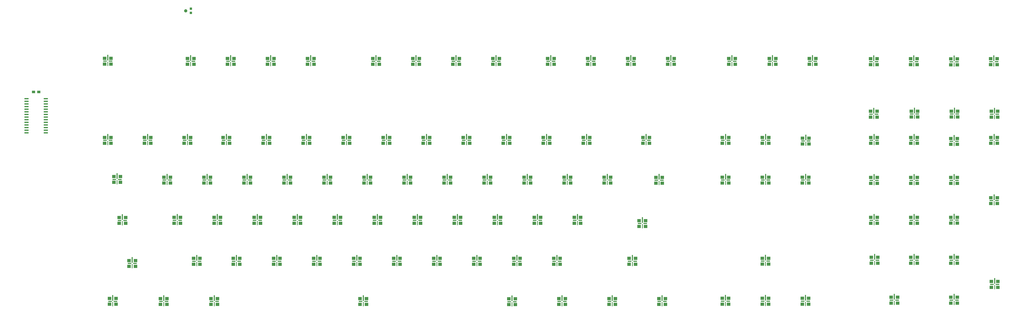
<source format=gbr>
%TF.GenerationSoftware,KiCad,Pcbnew,(5.1.9)-1*%
%TF.CreationDate,2021-03-21T14:48:51+10:00*%
%TF.ProjectId,RedPyKeeb,52656450-794b-4656-9562-2e6b69636164,rev?*%
%TF.SameCoordinates,Original*%
%TF.FileFunction,Paste,Top*%
%TF.FilePolarity,Positive*%
%FSLAX46Y46*%
G04 Gerber Fmt 4.6, Leading zero omitted, Abs format (unit mm)*
G04 Created by KiCad (PCBNEW (5.1.9)-1) date 2021-03-21 14:48:51*
%MOMM*%
%LPD*%
G01*
G04 APERTURE LIST*
%ADD10R,1.500000X1.250000*%
%ADD11R,1.800000X1.500000*%
%ADD12R,1.800000X0.500000*%
%ADD13R,0.300000X2.000000*%
%ADD14R,0.600000X2.780000*%
%ADD15C,0.100000*%
G04 APERTURE END LIST*
%TO.C,U3*%
G36*
G01*
X54807700Y-117693300D02*
X54807700Y-117993300D01*
G75*
G02*
X54657700Y-118143300I-150000J0D01*
G01*
X52907700Y-118143300D01*
G75*
G02*
X52757700Y-117993300I0J150000D01*
G01*
X52757700Y-117693300D01*
G75*
G02*
X52907700Y-117543300I150000J0D01*
G01*
X54657700Y-117543300D01*
G75*
G02*
X54807700Y-117693300I0J-150000D01*
G01*
G37*
G36*
G01*
X54807700Y-116423300D02*
X54807700Y-116723300D01*
G75*
G02*
X54657700Y-116873300I-150000J0D01*
G01*
X52907700Y-116873300D01*
G75*
G02*
X52757700Y-116723300I0J150000D01*
G01*
X52757700Y-116423300D01*
G75*
G02*
X52907700Y-116273300I150000J0D01*
G01*
X54657700Y-116273300D01*
G75*
G02*
X54807700Y-116423300I0J-150000D01*
G01*
G37*
G36*
G01*
X54807700Y-115153300D02*
X54807700Y-115453300D01*
G75*
G02*
X54657700Y-115603300I-150000J0D01*
G01*
X52907700Y-115603300D01*
G75*
G02*
X52757700Y-115453300I0J150000D01*
G01*
X52757700Y-115153300D01*
G75*
G02*
X52907700Y-115003300I150000J0D01*
G01*
X54657700Y-115003300D01*
G75*
G02*
X54807700Y-115153300I0J-150000D01*
G01*
G37*
G36*
G01*
X54807700Y-113883300D02*
X54807700Y-114183300D01*
G75*
G02*
X54657700Y-114333300I-150000J0D01*
G01*
X52907700Y-114333300D01*
G75*
G02*
X52757700Y-114183300I0J150000D01*
G01*
X52757700Y-113883300D01*
G75*
G02*
X52907700Y-113733300I150000J0D01*
G01*
X54657700Y-113733300D01*
G75*
G02*
X54807700Y-113883300I0J-150000D01*
G01*
G37*
G36*
G01*
X54807700Y-112613300D02*
X54807700Y-112913300D01*
G75*
G02*
X54657700Y-113063300I-150000J0D01*
G01*
X52907700Y-113063300D01*
G75*
G02*
X52757700Y-112913300I0J150000D01*
G01*
X52757700Y-112613300D01*
G75*
G02*
X52907700Y-112463300I150000J0D01*
G01*
X54657700Y-112463300D01*
G75*
G02*
X54807700Y-112613300I0J-150000D01*
G01*
G37*
G36*
G01*
X54807700Y-111343300D02*
X54807700Y-111643300D01*
G75*
G02*
X54657700Y-111793300I-150000J0D01*
G01*
X52907700Y-111793300D01*
G75*
G02*
X52757700Y-111643300I0J150000D01*
G01*
X52757700Y-111343300D01*
G75*
G02*
X52907700Y-111193300I150000J0D01*
G01*
X54657700Y-111193300D01*
G75*
G02*
X54807700Y-111343300I0J-150000D01*
G01*
G37*
G36*
G01*
X54807700Y-110073300D02*
X54807700Y-110373300D01*
G75*
G02*
X54657700Y-110523300I-150000J0D01*
G01*
X52907700Y-110523300D01*
G75*
G02*
X52757700Y-110373300I0J150000D01*
G01*
X52757700Y-110073300D01*
G75*
G02*
X52907700Y-109923300I150000J0D01*
G01*
X54657700Y-109923300D01*
G75*
G02*
X54807700Y-110073300I0J-150000D01*
G01*
G37*
G36*
G01*
X54807700Y-108803300D02*
X54807700Y-109103300D01*
G75*
G02*
X54657700Y-109253300I-150000J0D01*
G01*
X52907700Y-109253300D01*
G75*
G02*
X52757700Y-109103300I0J150000D01*
G01*
X52757700Y-108803300D01*
G75*
G02*
X52907700Y-108653300I150000J0D01*
G01*
X54657700Y-108653300D01*
G75*
G02*
X54807700Y-108803300I0J-150000D01*
G01*
G37*
G36*
G01*
X54807700Y-107533300D02*
X54807700Y-107833300D01*
G75*
G02*
X54657700Y-107983300I-150000J0D01*
G01*
X52907700Y-107983300D01*
G75*
G02*
X52757700Y-107833300I0J150000D01*
G01*
X52757700Y-107533300D01*
G75*
G02*
X52907700Y-107383300I150000J0D01*
G01*
X54657700Y-107383300D01*
G75*
G02*
X54807700Y-107533300I0J-150000D01*
G01*
G37*
G36*
G01*
X54807700Y-106263300D02*
X54807700Y-106563300D01*
G75*
G02*
X54657700Y-106713300I-150000J0D01*
G01*
X52907700Y-106713300D01*
G75*
G02*
X52757700Y-106563300I0J150000D01*
G01*
X52757700Y-106263300D01*
G75*
G02*
X52907700Y-106113300I150000J0D01*
G01*
X54657700Y-106113300D01*
G75*
G02*
X54807700Y-106263300I0J-150000D01*
G01*
G37*
G36*
G01*
X54807700Y-104993300D02*
X54807700Y-105293300D01*
G75*
G02*
X54657700Y-105443300I-150000J0D01*
G01*
X52907700Y-105443300D01*
G75*
G02*
X52757700Y-105293300I0J150000D01*
G01*
X52757700Y-104993300D01*
G75*
G02*
X52907700Y-104843300I150000J0D01*
G01*
X54657700Y-104843300D01*
G75*
G02*
X54807700Y-104993300I0J-150000D01*
G01*
G37*
G36*
G01*
X54807700Y-103723300D02*
X54807700Y-104023300D01*
G75*
G02*
X54657700Y-104173300I-150000J0D01*
G01*
X52907700Y-104173300D01*
G75*
G02*
X52757700Y-104023300I0J150000D01*
G01*
X52757700Y-103723300D01*
G75*
G02*
X52907700Y-103573300I150000J0D01*
G01*
X54657700Y-103573300D01*
G75*
G02*
X54807700Y-103723300I0J-150000D01*
G01*
G37*
G36*
G01*
X54807700Y-102453300D02*
X54807700Y-102753300D01*
G75*
G02*
X54657700Y-102903300I-150000J0D01*
G01*
X52907700Y-102903300D01*
G75*
G02*
X52757700Y-102753300I0J150000D01*
G01*
X52757700Y-102453300D01*
G75*
G02*
X52907700Y-102303300I150000J0D01*
G01*
X54657700Y-102303300D01*
G75*
G02*
X54807700Y-102453300I0J-150000D01*
G01*
G37*
G36*
G01*
X54807700Y-101183300D02*
X54807700Y-101483300D01*
G75*
G02*
X54657700Y-101633300I-150000J0D01*
G01*
X52907700Y-101633300D01*
G75*
G02*
X52757700Y-101483300I0J150000D01*
G01*
X52757700Y-101183300D01*
G75*
G02*
X52907700Y-101033300I150000J0D01*
G01*
X54657700Y-101033300D01*
G75*
G02*
X54807700Y-101183300I0J-150000D01*
G01*
G37*
G36*
G01*
X64107700Y-101183300D02*
X64107700Y-101483300D01*
G75*
G02*
X63957700Y-101633300I-150000J0D01*
G01*
X62207700Y-101633300D01*
G75*
G02*
X62057700Y-101483300I0J150000D01*
G01*
X62057700Y-101183300D01*
G75*
G02*
X62207700Y-101033300I150000J0D01*
G01*
X63957700Y-101033300D01*
G75*
G02*
X64107700Y-101183300I0J-150000D01*
G01*
G37*
G36*
G01*
X64107700Y-102453300D02*
X64107700Y-102753300D01*
G75*
G02*
X63957700Y-102903300I-150000J0D01*
G01*
X62207700Y-102903300D01*
G75*
G02*
X62057700Y-102753300I0J150000D01*
G01*
X62057700Y-102453300D01*
G75*
G02*
X62207700Y-102303300I150000J0D01*
G01*
X63957700Y-102303300D01*
G75*
G02*
X64107700Y-102453300I0J-150000D01*
G01*
G37*
G36*
G01*
X64107700Y-103723300D02*
X64107700Y-104023300D01*
G75*
G02*
X63957700Y-104173300I-150000J0D01*
G01*
X62207700Y-104173300D01*
G75*
G02*
X62057700Y-104023300I0J150000D01*
G01*
X62057700Y-103723300D01*
G75*
G02*
X62207700Y-103573300I150000J0D01*
G01*
X63957700Y-103573300D01*
G75*
G02*
X64107700Y-103723300I0J-150000D01*
G01*
G37*
G36*
G01*
X64107700Y-104993300D02*
X64107700Y-105293300D01*
G75*
G02*
X63957700Y-105443300I-150000J0D01*
G01*
X62207700Y-105443300D01*
G75*
G02*
X62057700Y-105293300I0J150000D01*
G01*
X62057700Y-104993300D01*
G75*
G02*
X62207700Y-104843300I150000J0D01*
G01*
X63957700Y-104843300D01*
G75*
G02*
X64107700Y-104993300I0J-150000D01*
G01*
G37*
G36*
G01*
X64107700Y-106263300D02*
X64107700Y-106563300D01*
G75*
G02*
X63957700Y-106713300I-150000J0D01*
G01*
X62207700Y-106713300D01*
G75*
G02*
X62057700Y-106563300I0J150000D01*
G01*
X62057700Y-106263300D01*
G75*
G02*
X62207700Y-106113300I150000J0D01*
G01*
X63957700Y-106113300D01*
G75*
G02*
X64107700Y-106263300I0J-150000D01*
G01*
G37*
G36*
G01*
X64107700Y-107533300D02*
X64107700Y-107833300D01*
G75*
G02*
X63957700Y-107983300I-150000J0D01*
G01*
X62207700Y-107983300D01*
G75*
G02*
X62057700Y-107833300I0J150000D01*
G01*
X62057700Y-107533300D01*
G75*
G02*
X62207700Y-107383300I150000J0D01*
G01*
X63957700Y-107383300D01*
G75*
G02*
X64107700Y-107533300I0J-150000D01*
G01*
G37*
G36*
G01*
X64107700Y-108803300D02*
X64107700Y-109103300D01*
G75*
G02*
X63957700Y-109253300I-150000J0D01*
G01*
X62207700Y-109253300D01*
G75*
G02*
X62057700Y-109103300I0J150000D01*
G01*
X62057700Y-108803300D01*
G75*
G02*
X62207700Y-108653300I150000J0D01*
G01*
X63957700Y-108653300D01*
G75*
G02*
X64107700Y-108803300I0J-150000D01*
G01*
G37*
G36*
G01*
X64107700Y-110073300D02*
X64107700Y-110373300D01*
G75*
G02*
X63957700Y-110523300I-150000J0D01*
G01*
X62207700Y-110523300D01*
G75*
G02*
X62057700Y-110373300I0J150000D01*
G01*
X62057700Y-110073300D01*
G75*
G02*
X62207700Y-109923300I150000J0D01*
G01*
X63957700Y-109923300D01*
G75*
G02*
X64107700Y-110073300I0J-150000D01*
G01*
G37*
G36*
G01*
X64107700Y-111343300D02*
X64107700Y-111643300D01*
G75*
G02*
X63957700Y-111793300I-150000J0D01*
G01*
X62207700Y-111793300D01*
G75*
G02*
X62057700Y-111643300I0J150000D01*
G01*
X62057700Y-111343300D01*
G75*
G02*
X62207700Y-111193300I150000J0D01*
G01*
X63957700Y-111193300D01*
G75*
G02*
X64107700Y-111343300I0J-150000D01*
G01*
G37*
G36*
G01*
X64107700Y-112613300D02*
X64107700Y-112913300D01*
G75*
G02*
X63957700Y-113063300I-150000J0D01*
G01*
X62207700Y-113063300D01*
G75*
G02*
X62057700Y-112913300I0J150000D01*
G01*
X62057700Y-112613300D01*
G75*
G02*
X62207700Y-112463300I150000J0D01*
G01*
X63957700Y-112463300D01*
G75*
G02*
X64107700Y-112613300I0J-150000D01*
G01*
G37*
G36*
G01*
X64107700Y-113883300D02*
X64107700Y-114183300D01*
G75*
G02*
X63957700Y-114333300I-150000J0D01*
G01*
X62207700Y-114333300D01*
G75*
G02*
X62057700Y-114183300I0J150000D01*
G01*
X62057700Y-113883300D01*
G75*
G02*
X62207700Y-113733300I150000J0D01*
G01*
X63957700Y-113733300D01*
G75*
G02*
X64107700Y-113883300I0J-150000D01*
G01*
G37*
G36*
G01*
X64107700Y-115153300D02*
X64107700Y-115453300D01*
G75*
G02*
X63957700Y-115603300I-150000J0D01*
G01*
X62207700Y-115603300D01*
G75*
G02*
X62057700Y-115453300I0J150000D01*
G01*
X62057700Y-115153300D01*
G75*
G02*
X62207700Y-115003300I150000J0D01*
G01*
X63957700Y-115003300D01*
G75*
G02*
X64107700Y-115153300I0J-150000D01*
G01*
G37*
G36*
G01*
X64107700Y-116423300D02*
X64107700Y-116723300D01*
G75*
G02*
X63957700Y-116873300I-150000J0D01*
G01*
X62207700Y-116873300D01*
G75*
G02*
X62057700Y-116723300I0J150000D01*
G01*
X62057700Y-116423300D01*
G75*
G02*
X62207700Y-116273300I150000J0D01*
G01*
X63957700Y-116273300D01*
G75*
G02*
X64107700Y-116423300I0J-150000D01*
G01*
G37*
G36*
G01*
X64107700Y-117693300D02*
X64107700Y-117993300D01*
G75*
G02*
X63957700Y-118143300I-150000J0D01*
G01*
X62207700Y-118143300D01*
G75*
G02*
X62057700Y-117993300I0J150000D01*
G01*
X62057700Y-117693300D01*
G75*
G02*
X62207700Y-117543300I150000J0D01*
G01*
X63957700Y-117543300D01*
G75*
G02*
X64107700Y-117693300I0J-150000D01*
G01*
G37*
%TD*%
D10*
%TO.C,C3*%
X57182700Y-98094800D03*
X59682700Y-98094800D03*
%TD*%
D11*
%TO.C,LD0\u002C4*%
X106337700Y-182362300D03*
D12*
X106137700Y-180962300D03*
D11*
X106337700Y-179562300D03*
D12*
X103437700Y-180962300D03*
D11*
X103237700Y-179562300D03*
X103237700Y-182362300D03*
D13*
X104787700Y-182292300D03*
D14*
X104787700Y-179272300D03*
%TD*%
D11*
%TO.C,LD0\u002C0*%
X94526700Y-84572300D03*
D12*
X94326700Y-83172300D03*
D11*
X94526700Y-81772300D03*
D12*
X91626700Y-83172300D03*
D11*
X91426700Y-81772300D03*
X91426700Y-84572300D03*
D13*
X92976700Y-84502300D03*
D14*
X92976700Y-81482300D03*
%TD*%
D11*
%TO.C,LD0\u002C3*%
X101575200Y-161597800D03*
D12*
X101375200Y-160197800D03*
D11*
X101575200Y-158797800D03*
D12*
X98675200Y-160197800D03*
D11*
X98475200Y-158797800D03*
X98475200Y-161597800D03*
D13*
X100025200Y-161527800D03*
D14*
X100025200Y-158507800D03*
%TD*%
D11*
%TO.C,LD0\u002C5*%
X96939700Y-200713800D03*
D12*
X96739700Y-199313800D03*
D11*
X96939700Y-197913800D03*
D12*
X94039700Y-199313800D03*
D11*
X93839700Y-197913800D03*
X93839700Y-200713800D03*
D13*
X95389700Y-200643800D03*
D14*
X95389700Y-197623800D03*
%TD*%
D11*
%TO.C,LD0\u002C1*%
X94526700Y-122862800D03*
D12*
X94326700Y-121462800D03*
D11*
X94526700Y-120062800D03*
D12*
X91626700Y-121462800D03*
D11*
X91426700Y-120062800D03*
X91426700Y-122862800D03*
D13*
X92976700Y-122792800D03*
D14*
X92976700Y-119772800D03*
%TD*%
D11*
%TO.C,LD0\u002C2*%
X99035200Y-141785800D03*
D12*
X98835200Y-140385800D03*
D11*
X99035200Y-138985800D03*
D12*
X96135200Y-140385800D03*
D11*
X95935200Y-138985800D03*
X95935200Y-141785800D03*
D13*
X97485200Y-141715800D03*
D14*
X97485200Y-138695800D03*
%TD*%
D11*
%TO.C,LD1\u002C2*%
X123165200Y-142090600D03*
D12*
X122965200Y-140690600D03*
D11*
X123165200Y-139290600D03*
D12*
X120265200Y-140690600D03*
D11*
X120065200Y-139290600D03*
X120065200Y-142090600D03*
D13*
X121615200Y-142020600D03*
D14*
X121615200Y-139000600D03*
%TD*%
D11*
%TO.C,LD1\u002C5*%
X121514200Y-200764600D03*
D12*
X121314200Y-199364600D03*
D11*
X121514200Y-197964600D03*
D12*
X118614200Y-199364600D03*
D11*
X118414200Y-197964600D03*
X118414200Y-200764600D03*
D13*
X119964200Y-200694600D03*
D14*
X119964200Y-197674600D03*
%TD*%
D11*
%TO.C,LD1\u002C3*%
X128054700Y-161521600D03*
D12*
X127854700Y-160121600D03*
D11*
X128054700Y-158721600D03*
D12*
X125154700Y-160121600D03*
D11*
X124954700Y-158721600D03*
X124954700Y-161521600D03*
D13*
X126504700Y-161451600D03*
D14*
X126504700Y-158431600D03*
%TD*%
D11*
%TO.C,LD1\u002C1*%
X113741800Y-122862800D03*
D12*
X113541800Y-121462800D03*
D11*
X113741800Y-120062800D03*
D12*
X110841800Y-121462800D03*
D11*
X110641800Y-120062800D03*
X110641800Y-122862800D03*
D13*
X112191800Y-122792800D03*
D14*
X112191800Y-119772800D03*
%TD*%
D11*
%TO.C,LD1\u002C4*%
X137452700Y-181333600D03*
D12*
X137252700Y-179933600D03*
D11*
X137452700Y-178533600D03*
D12*
X134552700Y-179933600D03*
D11*
X134352700Y-178533600D03*
X134352700Y-181333600D03*
D13*
X135902700Y-181263600D03*
D14*
X135902700Y-178243600D03*
%TD*%
D11*
%TO.C,LD1\u002C0*%
X134531700Y-84686600D03*
D12*
X134331700Y-83286600D03*
D11*
X134531700Y-81886600D03*
D12*
X131631700Y-83286600D03*
D11*
X131431700Y-81886600D03*
X131431700Y-84686600D03*
D13*
X132981700Y-84616600D03*
D14*
X132981700Y-81596600D03*
%TD*%
D11*
%TO.C,LD2\u002C2*%
X142469200Y-142090600D03*
D12*
X142269200Y-140690600D03*
D11*
X142469200Y-139290600D03*
D12*
X139569200Y-140690600D03*
D11*
X139369200Y-139290600D03*
X139369200Y-142090600D03*
D13*
X140919200Y-142020600D03*
D14*
X140919200Y-139000600D03*
%TD*%
D11*
%TO.C,LD2\u002C1*%
X132944200Y-122850100D03*
D12*
X132744200Y-121450100D03*
D11*
X132944200Y-120050100D03*
D12*
X130044200Y-121450100D03*
D11*
X129844200Y-120050100D03*
X129844200Y-122850100D03*
D13*
X131394200Y-122780100D03*
D14*
X131394200Y-119760100D03*
%TD*%
D11*
%TO.C,LD2\u002C0*%
X153835700Y-84686600D03*
D12*
X153635700Y-83286600D03*
D11*
X153835700Y-81886600D03*
D12*
X150935700Y-83286600D03*
D11*
X150735700Y-81886600D03*
X150735700Y-84686600D03*
D13*
X152285700Y-84616600D03*
D14*
X152285700Y-81596600D03*
%TD*%
D11*
%TO.C,LD2\u002C4*%
X156616700Y-181333600D03*
D12*
X156416700Y-179933600D03*
D11*
X156616700Y-178533600D03*
D12*
X153716700Y-179933600D03*
D11*
X153516700Y-178533600D03*
X153516700Y-181333600D03*
D13*
X155066700Y-181263600D03*
D14*
X155066700Y-178243600D03*
%TD*%
D11*
%TO.C,LD2\u002C5*%
X145898200Y-200764600D03*
D12*
X145698200Y-199364600D03*
D11*
X145898200Y-197964600D03*
D12*
X142998200Y-199364600D03*
D11*
X142798200Y-197964600D03*
X142798200Y-200764600D03*
D13*
X144348200Y-200694600D03*
D14*
X144348200Y-197674600D03*
%TD*%
D11*
%TO.C,LD2\u002C3*%
X147358700Y-161521600D03*
D12*
X147158700Y-160121600D03*
D11*
X147358700Y-158721600D03*
D12*
X144458700Y-160121600D03*
D11*
X144258700Y-158721600D03*
X144258700Y-161521600D03*
D13*
X145808700Y-161451600D03*
D14*
X145808700Y-158431600D03*
%TD*%
D11*
%TO.C,LD3\u002C3*%
X166662700Y-161521600D03*
D12*
X166462700Y-160121600D03*
D11*
X166662700Y-158721600D03*
D12*
X163762700Y-160121600D03*
D11*
X163562700Y-158721600D03*
X163562700Y-161521600D03*
D13*
X165112700Y-161451600D03*
D14*
X165112700Y-158431600D03*
%TD*%
D11*
%TO.C,LD3\u002C5*%
X217780200Y-200764600D03*
D12*
X217580200Y-199364600D03*
D11*
X217780200Y-197964600D03*
D12*
X214880200Y-199364600D03*
D11*
X214680200Y-197964600D03*
X214680200Y-200764600D03*
D13*
X216230200Y-200694600D03*
D14*
X216230200Y-197674600D03*
%TD*%
D11*
%TO.C,LD3\u002C4*%
X176060700Y-181333600D03*
D12*
X175860700Y-179933600D03*
D11*
X176060700Y-178533600D03*
D12*
X173160700Y-179933600D03*
D11*
X172960700Y-178533600D03*
X172960700Y-181333600D03*
D13*
X174510700Y-181263600D03*
D14*
X174510700Y-178243600D03*
%TD*%
D11*
%TO.C,LD3\u002C2*%
X161773200Y-142090600D03*
D12*
X161573200Y-140690600D03*
D11*
X161773200Y-139290600D03*
D12*
X158873200Y-140690600D03*
D11*
X158673200Y-139290600D03*
X158673200Y-142090600D03*
D13*
X160223200Y-142020600D03*
D14*
X160223200Y-139000600D03*
%TD*%
D11*
%TO.C,LD3\u002C1*%
X151740200Y-122850100D03*
D12*
X151540200Y-121450100D03*
D11*
X151740200Y-120050100D03*
D12*
X148840200Y-121450100D03*
D11*
X148640200Y-120050100D03*
X148640200Y-122850100D03*
D13*
X150190200Y-122780100D03*
D14*
X150190200Y-119760100D03*
%TD*%
D11*
%TO.C,LD3\u002C0*%
X173139700Y-84686600D03*
D12*
X172939700Y-83286600D03*
D11*
X173139700Y-81886600D03*
D12*
X170239700Y-83286600D03*
D11*
X170039700Y-81886600D03*
X170039700Y-84686600D03*
D13*
X171589700Y-84616600D03*
D14*
X171589700Y-81596600D03*
%TD*%
D11*
%TO.C,LD4\u002C1*%
X171044200Y-122850100D03*
D12*
X170844200Y-121450100D03*
D11*
X171044200Y-120050100D03*
D12*
X168144200Y-121450100D03*
D11*
X167944200Y-120050100D03*
X167944200Y-122850100D03*
D13*
X169494200Y-122780100D03*
D14*
X169494200Y-119760100D03*
%TD*%
D11*
%TO.C,LD4\u002C2*%
X181077200Y-142090600D03*
D12*
X180877200Y-140690600D03*
D11*
X181077200Y-139290600D03*
D12*
X178177200Y-140690600D03*
D11*
X177977200Y-139290600D03*
X177977200Y-142090600D03*
D13*
X179527200Y-142020600D03*
D14*
X179527200Y-139000600D03*
%TD*%
D11*
%TO.C,LD4\u002C0*%
X192443700Y-84686600D03*
D12*
X192243700Y-83286600D03*
D11*
X192443700Y-81886600D03*
D12*
X189543700Y-83286600D03*
D11*
X189343700Y-81886600D03*
X189343700Y-84686600D03*
D13*
X190893700Y-84616600D03*
D14*
X190893700Y-81596600D03*
%TD*%
D11*
%TO.C,LD4\u002C4*%
X195364700Y-181333600D03*
D12*
X195164700Y-179933600D03*
D11*
X195364700Y-178533600D03*
D12*
X192464700Y-179933600D03*
D11*
X192264700Y-178533600D03*
X192264700Y-181333600D03*
D13*
X193814700Y-181263600D03*
D14*
X193814700Y-178243600D03*
%TD*%
D11*
%TO.C,LD4\u002C3*%
X185966700Y-161521600D03*
D12*
X185766700Y-160121600D03*
D11*
X185966700Y-158721600D03*
D12*
X183066700Y-160121600D03*
D11*
X182866700Y-158721600D03*
X182866700Y-161521600D03*
D13*
X184416700Y-161451600D03*
D14*
X184416700Y-158431600D03*
%TD*%
D11*
%TO.C,LD5\u002C3*%
X205270700Y-161521600D03*
D12*
X205070700Y-160121600D03*
D11*
X205270700Y-158721600D03*
D12*
X202370700Y-160121600D03*
D11*
X202170700Y-158721600D03*
X202170700Y-161521600D03*
D13*
X203720700Y-161451600D03*
D14*
X203720700Y-158431600D03*
%TD*%
D11*
%TO.C,LD5\u002C0*%
X223939700Y-84686600D03*
D12*
X223739700Y-83286600D03*
D11*
X223939700Y-81886600D03*
D12*
X221039700Y-83286600D03*
D11*
X220839700Y-81886600D03*
X220839700Y-84686600D03*
D13*
X222389700Y-84616600D03*
D14*
X222389700Y-81596600D03*
%TD*%
D11*
%TO.C,LD5\u002C4*%
X214668700Y-181333600D03*
D12*
X214468700Y-179933600D03*
D11*
X214668700Y-178533600D03*
D12*
X211768700Y-179933600D03*
D11*
X211568700Y-178533600D03*
X211568700Y-181333600D03*
D13*
X213118700Y-181263600D03*
D14*
X213118700Y-178243600D03*
%TD*%
D11*
%TO.C,LD5\u002C2*%
X200381200Y-142090600D03*
D12*
X200181200Y-140690600D03*
D11*
X200381200Y-139290600D03*
D12*
X197481200Y-140690600D03*
D11*
X197281200Y-139290600D03*
X197281200Y-142090600D03*
D13*
X198831200Y-142020600D03*
D14*
X198831200Y-139000600D03*
%TD*%
D11*
%TO.C,LD5\u002C1*%
X190348200Y-122850100D03*
D12*
X190148200Y-121450100D03*
D11*
X190348200Y-120050100D03*
D12*
X187448200Y-121450100D03*
D11*
X187248200Y-120050100D03*
X187248200Y-122850100D03*
D13*
X188798200Y-122780100D03*
D14*
X188798200Y-119760100D03*
%TD*%
D11*
%TO.C,LD6\u002C2*%
X219685200Y-142090600D03*
D12*
X219485200Y-140690600D03*
D11*
X219685200Y-139290600D03*
D12*
X216785200Y-140690600D03*
D11*
X216585200Y-139290600D03*
X216585200Y-142090600D03*
D13*
X218135200Y-142020600D03*
D14*
X218135200Y-139000600D03*
%TD*%
D11*
%TO.C,LD6\u002C0*%
X243243700Y-84686600D03*
D12*
X243043700Y-83286600D03*
D11*
X243243700Y-81886600D03*
D12*
X240343700Y-83286600D03*
D11*
X240143700Y-81886600D03*
X240143700Y-84686600D03*
D13*
X241693700Y-84616600D03*
D14*
X241693700Y-81596600D03*
%TD*%
D11*
%TO.C,LD6\u002C4*%
X233972700Y-181333600D03*
D12*
X233772700Y-179933600D03*
D11*
X233972700Y-178533600D03*
D12*
X231072700Y-179933600D03*
D11*
X230872700Y-178533600D03*
X230872700Y-181333600D03*
D13*
X232422700Y-181263600D03*
D14*
X232422700Y-178243600D03*
%TD*%
D11*
%TO.C,LD6\u002C3*%
X224574700Y-161521600D03*
D12*
X224374700Y-160121600D03*
D11*
X224574700Y-158721600D03*
D12*
X221674700Y-160121600D03*
D11*
X221474700Y-158721600D03*
X221474700Y-161521600D03*
D13*
X223024700Y-161451600D03*
D14*
X223024700Y-158431600D03*
%TD*%
D11*
%TO.C,LD6\u002C1*%
X209652200Y-122850100D03*
D12*
X209452200Y-121450100D03*
D11*
X209652200Y-120050100D03*
D12*
X206752200Y-121450100D03*
D11*
X206552200Y-120050100D03*
X206552200Y-122850100D03*
D13*
X208102200Y-122780100D03*
D14*
X208102200Y-119760100D03*
%TD*%
D11*
%TO.C,LD7\u002C0*%
X262547700Y-84686600D03*
D12*
X262347700Y-83286600D03*
D11*
X262547700Y-81886600D03*
D12*
X259647700Y-83286600D03*
D11*
X259447700Y-81886600D03*
X259447700Y-84686600D03*
D13*
X260997700Y-84616600D03*
D14*
X260997700Y-81596600D03*
%TD*%
D11*
%TO.C,LD7\u002C4*%
X253276700Y-181333600D03*
D12*
X253076700Y-179933600D03*
D11*
X253276700Y-178533600D03*
D12*
X250376700Y-179933600D03*
D11*
X250176700Y-178533600D03*
X250176700Y-181333600D03*
D13*
X251726700Y-181263600D03*
D14*
X251726700Y-178243600D03*
%TD*%
D11*
%TO.C,LD7\u002C3*%
X243878700Y-161521600D03*
D12*
X243678700Y-160121600D03*
D11*
X243878700Y-158721600D03*
D12*
X240978700Y-160121600D03*
D11*
X240778700Y-158721600D03*
X240778700Y-161521600D03*
D13*
X242328700Y-161451600D03*
D14*
X242328700Y-158431600D03*
%TD*%
D11*
%TO.C,LD7\u002C1*%
X228956200Y-122850100D03*
D12*
X228756200Y-121450100D03*
D11*
X228956200Y-120050100D03*
D12*
X226056200Y-121450100D03*
D11*
X225856200Y-120050100D03*
X225856200Y-122850100D03*
D13*
X227406200Y-122780100D03*
D14*
X227406200Y-119760100D03*
%TD*%
D11*
%TO.C,LD7\u002C2*%
X238989200Y-142090600D03*
D12*
X238789200Y-140690600D03*
D11*
X238989200Y-139290600D03*
D12*
X236089200Y-140690600D03*
D11*
X235889200Y-139290600D03*
X235889200Y-142090600D03*
D13*
X237439200Y-142020600D03*
D14*
X237439200Y-139000600D03*
%TD*%
D11*
%TO.C,LD8\u002C3*%
X263182700Y-161521600D03*
D12*
X262982700Y-160121600D03*
D11*
X263182700Y-158721600D03*
D12*
X260282700Y-160121600D03*
D11*
X260082700Y-158721600D03*
X260082700Y-161521600D03*
D13*
X261632700Y-161451600D03*
D14*
X261632700Y-158431600D03*
%TD*%
D11*
%TO.C,LD8\u002C4*%
X272580700Y-181333600D03*
D12*
X272380700Y-179933600D03*
D11*
X272580700Y-178533600D03*
D12*
X269680700Y-179933600D03*
D11*
X269480700Y-178533600D03*
X269480700Y-181333600D03*
D13*
X271030700Y-181263600D03*
D14*
X271030700Y-178243600D03*
%TD*%
D11*
%TO.C,LD8\u002C0*%
X281851700Y-84686600D03*
D12*
X281651700Y-83286600D03*
D11*
X281851700Y-81886600D03*
D12*
X278951700Y-83286600D03*
D11*
X278751700Y-81886600D03*
X278751700Y-84686600D03*
D13*
X280301700Y-84616600D03*
D14*
X280301700Y-81596600D03*
%TD*%
D11*
%TO.C,LD8\u002C2*%
X258293200Y-142090600D03*
D12*
X258093200Y-140690600D03*
D11*
X258293200Y-139290600D03*
D12*
X255393200Y-140690600D03*
D11*
X255193200Y-139290600D03*
X255193200Y-142090600D03*
D13*
X256743200Y-142020600D03*
D14*
X256743200Y-139000600D03*
%TD*%
D11*
%TO.C,LD8\u002C1*%
X248260200Y-122850100D03*
D12*
X248060200Y-121450100D03*
D11*
X248260200Y-120050100D03*
D12*
X245360200Y-121450100D03*
D11*
X245160200Y-120050100D03*
X245160200Y-122850100D03*
D13*
X246710200Y-122780100D03*
D14*
X246710200Y-119760100D03*
%TD*%
D11*
%TO.C,LD8\u002C5*%
X289535200Y-200873399D03*
D12*
X289335200Y-199473399D03*
D11*
X289535200Y-198073399D03*
D12*
X286635200Y-199473399D03*
D11*
X286435200Y-198073399D03*
X286435200Y-200873399D03*
D13*
X287985200Y-200803399D03*
D14*
X287985200Y-197783399D03*
%TD*%
D11*
%TO.C,LD9\u002C0*%
X308267700Y-84686600D03*
D12*
X308067700Y-83286600D03*
D11*
X308267700Y-81886600D03*
D12*
X305367700Y-83286600D03*
D11*
X305167700Y-81886600D03*
X305167700Y-84686600D03*
D13*
X306717700Y-84616600D03*
D14*
X306717700Y-81596600D03*
%TD*%
D11*
%TO.C,LD9\u002C1*%
X267564200Y-122850100D03*
D12*
X267364200Y-121450100D03*
D11*
X267564200Y-120050100D03*
D12*
X264664200Y-121450100D03*
D11*
X264464200Y-120050100D03*
X264464200Y-122850100D03*
D13*
X266014200Y-122780100D03*
D14*
X266014200Y-119760100D03*
%TD*%
D11*
%TO.C,LD9\u002C4*%
X291884700Y-181333600D03*
D12*
X291684700Y-179933600D03*
D11*
X291884700Y-178533600D03*
D12*
X288984700Y-179933600D03*
D11*
X288784700Y-178533600D03*
X288784700Y-181333600D03*
D13*
X290334700Y-181263600D03*
D14*
X290334700Y-178243600D03*
%TD*%
D11*
%TO.C,LD9\u002C3*%
X282486700Y-161521600D03*
D12*
X282286700Y-160121600D03*
D11*
X282486700Y-158721600D03*
D12*
X279586700Y-160121600D03*
D11*
X279386700Y-158721600D03*
X279386700Y-161521600D03*
D13*
X280936700Y-161451600D03*
D14*
X280936700Y-158431600D03*
%TD*%
D11*
%TO.C,LD9\u002C5*%
X313665200Y-200764600D03*
D12*
X313465200Y-199364600D03*
D11*
X313665200Y-197964600D03*
D12*
X310765200Y-199364600D03*
D11*
X310565200Y-197964600D03*
X310565200Y-200764600D03*
D13*
X312115200Y-200694600D03*
D14*
X312115200Y-197674600D03*
%TD*%
D11*
%TO.C,LD9\u002C2*%
X277597200Y-142090600D03*
D12*
X277397200Y-140690600D03*
D11*
X277597200Y-139290600D03*
D12*
X274697200Y-140690600D03*
D11*
X274497200Y-139290600D03*
X274497200Y-142090600D03*
D13*
X276047200Y-142020600D03*
D14*
X276047200Y-139000600D03*
%TD*%
D11*
%TO.C,LD10\u002C0*%
X327571700Y-84686600D03*
D12*
X327371700Y-83286600D03*
D11*
X327571700Y-81886600D03*
D12*
X324671700Y-83286600D03*
D11*
X324471700Y-81886600D03*
X324471700Y-84686600D03*
D13*
X326021700Y-84616600D03*
D14*
X326021700Y-81596600D03*
%TD*%
D11*
%TO.C,LD10\u002C5*%
X337858700Y-200764600D03*
D12*
X337658700Y-199364600D03*
D11*
X337858700Y-197964600D03*
D12*
X334958700Y-199364600D03*
D11*
X334758700Y-197964600D03*
X334758700Y-200764600D03*
D13*
X336308700Y-200694600D03*
D14*
X336308700Y-197674600D03*
%TD*%
D11*
%TO.C,LD10\u002C1*%
X286868200Y-122850100D03*
D12*
X286668200Y-121450100D03*
D11*
X286868200Y-120050100D03*
D12*
X283968200Y-121450100D03*
D11*
X283768200Y-120050100D03*
X283768200Y-122850100D03*
D13*
X285318200Y-122780100D03*
D14*
X285318200Y-119760100D03*
%TD*%
D11*
%TO.C,LD10\u002C2*%
X296901200Y-142090600D03*
D12*
X296701200Y-140690600D03*
D11*
X296901200Y-139290600D03*
D12*
X294001200Y-140690600D03*
D11*
X293801200Y-139290600D03*
X293801200Y-142090600D03*
D13*
X295351200Y-142020600D03*
D14*
X295351200Y-139000600D03*
%TD*%
D11*
%TO.C,LD10\u002C4*%
X311188700Y-181333600D03*
D12*
X310988700Y-179933600D03*
D11*
X311188700Y-178533600D03*
D12*
X308288700Y-179933600D03*
D11*
X308088700Y-178533600D03*
X308088700Y-181333600D03*
D13*
X309638700Y-181263600D03*
D14*
X309638700Y-178243600D03*
%TD*%
D11*
%TO.C,LD10\u002C3*%
X301790700Y-161521600D03*
D12*
X301590700Y-160121600D03*
D11*
X301790700Y-158721600D03*
D12*
X298890700Y-160121600D03*
D11*
X298690700Y-158721600D03*
X298690700Y-161521600D03*
D13*
X300240700Y-161451600D03*
D14*
X300240700Y-158431600D03*
%TD*%
D11*
%TO.C,LD11\u002C1*%
X306172200Y-122850100D03*
D12*
X305972200Y-121450100D03*
D11*
X306172200Y-120050100D03*
D12*
X303272200Y-121450100D03*
D11*
X303072200Y-120050100D03*
X303072200Y-122850100D03*
D13*
X304622200Y-122780100D03*
D14*
X304622200Y-119760100D03*
%TD*%
D11*
%TO.C,LD11\u002C3*%
X321094700Y-161521600D03*
D12*
X320894700Y-160121600D03*
D11*
X321094700Y-158721600D03*
D12*
X318194700Y-160121600D03*
D11*
X317994700Y-158721600D03*
X317994700Y-161521600D03*
D13*
X319544700Y-161451600D03*
D14*
X319544700Y-158431600D03*
%TD*%
D11*
%TO.C,LD11\u002C0*%
X346875700Y-84686600D03*
D12*
X346675700Y-83286600D03*
D11*
X346875700Y-81886600D03*
D12*
X343975700Y-83286600D03*
D11*
X343775700Y-81886600D03*
X343775700Y-84686600D03*
D13*
X345325700Y-84616600D03*
D14*
X345325700Y-81596600D03*
%TD*%
D11*
%TO.C,LD11\u002C5*%
X361925200Y-200764600D03*
D12*
X361725200Y-199364600D03*
D11*
X361925200Y-197964600D03*
D12*
X359025200Y-199364600D03*
D11*
X358825200Y-197964600D03*
X358825200Y-200764600D03*
D13*
X360375200Y-200694600D03*
D14*
X360375200Y-197674600D03*
%TD*%
D11*
%TO.C,LD11\u002C2*%
X316205200Y-142090600D03*
D12*
X316005200Y-140690600D03*
D11*
X316205200Y-139290600D03*
D12*
X313305200Y-140690600D03*
D11*
X313105200Y-139290600D03*
X313105200Y-142090600D03*
D13*
X314655200Y-142020600D03*
D14*
X314655200Y-139000600D03*
%TD*%
D11*
%TO.C,LD11\u002C4*%
X347574200Y-181333600D03*
D12*
X347374200Y-179933600D03*
D11*
X347574200Y-178533600D03*
D12*
X344674200Y-179933600D03*
D11*
X344474200Y-178533600D03*
X344474200Y-181333600D03*
D13*
X346024200Y-181263600D03*
D14*
X346024200Y-178243600D03*
%TD*%
D11*
%TO.C,LD12\u002C2*%
X335509200Y-142090600D03*
D12*
X335309200Y-140690600D03*
D11*
X335509200Y-139290600D03*
D12*
X332609200Y-140690600D03*
D11*
X332409200Y-139290600D03*
X332409200Y-142090600D03*
D13*
X333959200Y-142020600D03*
D14*
X333959200Y-139000600D03*
%TD*%
D11*
%TO.C,LD12\u002C3*%
X352400200Y-163058300D03*
D12*
X352200200Y-161658300D03*
D11*
X352400200Y-160258300D03*
D12*
X349500200Y-161658300D03*
D11*
X349300200Y-160258300D03*
X349300200Y-163058300D03*
D13*
X350850200Y-162988300D03*
D14*
X350850200Y-159968300D03*
%TD*%
D11*
%TO.C,LD12\u002C1*%
X325476200Y-122850100D03*
D12*
X325276200Y-121450100D03*
D11*
X325476200Y-120050100D03*
D12*
X322576200Y-121450100D03*
D11*
X322376200Y-120050100D03*
X322376200Y-122850100D03*
D13*
X323926200Y-122780100D03*
D14*
X323926200Y-119760100D03*
%TD*%
D11*
%TO.C,LD12\u002C0*%
X366179700Y-84686600D03*
D12*
X365979700Y-83286600D03*
D11*
X366179700Y-81886600D03*
D12*
X363279700Y-83286600D03*
D11*
X363079700Y-81886600D03*
X363079700Y-84686600D03*
D13*
X364629700Y-84616600D03*
D14*
X364629700Y-81596600D03*
%TD*%
D11*
%TO.C,LD13\u002C2*%
X360464700Y-142154100D03*
D12*
X360264700Y-140754100D03*
D11*
X360464700Y-139354100D03*
D12*
X357564700Y-140754100D03*
D11*
X357364700Y-139354100D03*
X357364700Y-142154100D03*
D13*
X358914700Y-142084100D03*
D14*
X358914700Y-139064100D03*
%TD*%
D11*
%TO.C,LD13\u002C1*%
X354241700Y-122850100D03*
D12*
X354041700Y-121450100D03*
D11*
X354241700Y-120050100D03*
D12*
X351341700Y-121450100D03*
D11*
X351141700Y-120050100D03*
X351141700Y-122850100D03*
D13*
X352691700Y-122780100D03*
D14*
X352691700Y-119760100D03*
%TD*%
D11*
%TO.C,LD14\u002C6*%
X392468700Y-200637600D03*
D12*
X392268700Y-199237600D03*
D11*
X392468700Y-197837600D03*
D12*
X389568700Y-199237600D03*
D11*
X389368700Y-197837600D03*
X389368700Y-200637600D03*
D13*
X390918700Y-200567600D03*
D14*
X390918700Y-197547600D03*
%TD*%
D11*
%TO.C,LD14\u002C0*%
X395643700Y-84686600D03*
D12*
X395443700Y-83286600D03*
D11*
X395643700Y-81886600D03*
D12*
X392743700Y-83286600D03*
D11*
X392543700Y-81886600D03*
X392543700Y-84686600D03*
D13*
X394093700Y-84616600D03*
D14*
X394093700Y-81596600D03*
%TD*%
D11*
%TO.C,LD14\u002C3*%
X392532200Y-142090600D03*
D12*
X392332200Y-140690600D03*
D11*
X392532200Y-139290600D03*
D12*
X389632200Y-140690600D03*
D11*
X389432200Y-139290600D03*
X389432200Y-142090600D03*
D13*
X390982200Y-142020600D03*
D14*
X390982200Y-139000600D03*
%TD*%
D11*
%TO.C,LD14\u002C1*%
X392532200Y-122850100D03*
D12*
X392332200Y-121450100D03*
D11*
X392532200Y-120050100D03*
D12*
X389632200Y-121450100D03*
D11*
X389432200Y-120050100D03*
X389432200Y-122850100D03*
D13*
X390982200Y-122780100D03*
D14*
X390982200Y-119760100D03*
%TD*%
D11*
%TO.C,LD15\u002C1*%
X411836200Y-122850100D03*
D12*
X411636200Y-121450100D03*
D11*
X411836200Y-120050100D03*
D12*
X408936200Y-121450100D03*
D11*
X408736200Y-120050100D03*
X408736200Y-122850100D03*
D13*
X410286200Y-122780100D03*
D14*
X410286200Y-119760100D03*
%TD*%
D11*
%TO.C,LD15\u002C3*%
X411836200Y-142090600D03*
D12*
X411636200Y-140690600D03*
D11*
X411836200Y-139290600D03*
D12*
X408936200Y-140690600D03*
D11*
X408736200Y-139290600D03*
X408736200Y-142090600D03*
D13*
X410286200Y-142020600D03*
D14*
X410286200Y-139000600D03*
%TD*%
D11*
%TO.C,LD15\u002C6*%
X411772700Y-200637600D03*
D12*
X411572700Y-199237600D03*
D11*
X411772700Y-197837600D03*
D12*
X408872700Y-199237600D03*
D11*
X408672700Y-197837600D03*
X408672700Y-200637600D03*
D13*
X410222700Y-200567600D03*
D14*
X410222700Y-197547600D03*
%TD*%
D11*
%TO.C,LD15\u002C5*%
X411772700Y-181282800D03*
D12*
X411572700Y-179882800D03*
D11*
X411772700Y-178482800D03*
D12*
X408872700Y-179882800D03*
D11*
X408672700Y-178482800D03*
X408672700Y-181282800D03*
D13*
X410222700Y-181212800D03*
D14*
X410222700Y-178192800D03*
%TD*%
D11*
%TO.C,LD15\u002C0*%
X415201700Y-84686600D03*
D12*
X415001700Y-83286600D03*
D11*
X415201700Y-81886600D03*
D12*
X412301700Y-83286600D03*
D11*
X412101700Y-81886600D03*
X412101700Y-84686600D03*
D13*
X413651700Y-84616600D03*
D14*
X413651700Y-81596600D03*
%TD*%
D11*
%TO.C,LD16\u002C4*%
X464160200Y-161521600D03*
D12*
X463960200Y-160121600D03*
D11*
X464160200Y-158721600D03*
D12*
X461260200Y-160121600D03*
D11*
X461060200Y-158721600D03*
X461060200Y-161521600D03*
D13*
X462610200Y-161451600D03*
D14*
X462610200Y-158431600D03*
%TD*%
D11*
%TO.C,LD16\u002C0*%
X434505700Y-84686600D03*
D12*
X434305700Y-83286600D03*
D11*
X434505700Y-81886600D03*
D12*
X431605700Y-83286600D03*
D11*
X431405700Y-81886600D03*
X431405700Y-84686600D03*
D13*
X432955700Y-84616600D03*
D14*
X432955700Y-81596600D03*
%TD*%
D11*
%TO.C,LD16\u002C6*%
X431076700Y-200637600D03*
D12*
X430876700Y-199237600D03*
D11*
X431076700Y-197837600D03*
D12*
X428176700Y-199237600D03*
D11*
X427976700Y-197837600D03*
X427976700Y-200637600D03*
D13*
X429526700Y-200567600D03*
D14*
X429526700Y-197547600D03*
%TD*%
D11*
%TO.C,LD16\u002C1*%
X431218400Y-123205399D03*
D12*
X431018400Y-121805399D03*
D11*
X431218400Y-120405399D03*
D12*
X428318400Y-121805399D03*
D11*
X428118400Y-120405399D03*
X428118400Y-123205399D03*
D13*
X429668400Y-123135399D03*
D14*
X429668400Y-120115399D03*
%TD*%
D11*
%TO.C,LD16\u002C3*%
X431140200Y-142090600D03*
D12*
X430940200Y-140690600D03*
D11*
X431140200Y-139290600D03*
D12*
X428240200Y-140690600D03*
D11*
X428040200Y-139290600D03*
X428040200Y-142090600D03*
D13*
X429590200Y-142020600D03*
D14*
X429590200Y-139000600D03*
%TD*%
D11*
%TO.C,LD16\u002C5*%
X464414200Y-180825600D03*
D12*
X464214200Y-179425600D03*
D11*
X464414200Y-178025600D03*
D12*
X461514200Y-179425600D03*
D11*
X461314200Y-178025600D03*
X461314200Y-180825600D03*
D13*
X462864200Y-180755600D03*
D14*
X462864200Y-177735600D03*
%TD*%
D11*
%TO.C,LD17\u002C7*%
X464033200Y-110213600D03*
D12*
X463833200Y-108813600D03*
D11*
X464033200Y-107413600D03*
D12*
X461133200Y-108813600D03*
D11*
X460933200Y-107413600D03*
X460933200Y-110213600D03*
D13*
X462483200Y-110143600D03*
D14*
X462483200Y-107123600D03*
%TD*%
D11*
%TO.C,LD17\u002C0*%
X464033200Y-84813600D03*
D12*
X463833200Y-83413600D03*
D11*
X464033200Y-82013600D03*
D12*
X461133200Y-83413600D03*
D11*
X460933200Y-82013600D03*
X460933200Y-84813600D03*
D13*
X462483200Y-84743600D03*
D14*
X462483200Y-81723600D03*
%TD*%
D11*
%TO.C,LD17\u002C1*%
X464160200Y-122850100D03*
D12*
X463960200Y-121450100D03*
D11*
X464160200Y-120050100D03*
D12*
X461260200Y-121450100D03*
D11*
X461060200Y-120050100D03*
X461060200Y-122850100D03*
D13*
X462610200Y-122780100D03*
D14*
X462610200Y-119760100D03*
%TD*%
D11*
%TO.C,LD17\u002C5*%
X483464200Y-180825600D03*
D12*
X483264200Y-179425600D03*
D11*
X483464200Y-178025600D03*
D12*
X480564200Y-179425600D03*
D11*
X480364200Y-178025600D03*
X480364200Y-180825600D03*
D13*
X481914200Y-180755600D03*
D14*
X481914200Y-177735600D03*
%TD*%
D11*
%TO.C,LD17\u002C6*%
X473939200Y-200129600D03*
D12*
X473739200Y-198729600D03*
D11*
X473939200Y-197329600D03*
D12*
X471039200Y-198729600D03*
D11*
X470839200Y-197329600D03*
X470839200Y-200129600D03*
D13*
X472389200Y-200059600D03*
D14*
X472389200Y-197039600D03*
%TD*%
D11*
%TO.C,LD17\u002C3*%
X464160200Y-142217600D03*
D12*
X463960200Y-140817600D03*
D11*
X464160200Y-139417600D03*
D12*
X461260200Y-140817600D03*
D11*
X461060200Y-139417600D03*
X461060200Y-142217600D03*
D13*
X462610200Y-142147600D03*
D14*
X462610200Y-139127600D03*
%TD*%
D11*
%TO.C,LD17\u002C4*%
X483464200Y-161521600D03*
D12*
X483264200Y-160121600D03*
D11*
X483464200Y-158721600D03*
D12*
X480564200Y-160121600D03*
D11*
X480364200Y-158721600D03*
X480364200Y-161521600D03*
D13*
X481914200Y-161451600D03*
D14*
X481914200Y-158431600D03*
%TD*%
D11*
%TO.C,LD18\u002C6*%
X502768200Y-200129600D03*
D12*
X502568200Y-198729600D03*
D11*
X502768200Y-197329600D03*
D12*
X499868200Y-198729600D03*
D11*
X499668200Y-197329600D03*
X499668200Y-200129600D03*
D13*
X501218200Y-200059600D03*
D14*
X501218200Y-197039600D03*
%TD*%
D11*
%TO.C,LD18\u002C1*%
X483464200Y-122850100D03*
D12*
X483264200Y-121450100D03*
D11*
X483464200Y-120050100D03*
D12*
X480564200Y-121450100D03*
D11*
X480364200Y-120050100D03*
X480364200Y-122850100D03*
D13*
X481914200Y-122780100D03*
D14*
X481914200Y-119760100D03*
%TD*%
D11*
%TO.C,LD18\u002C7*%
X483654700Y-110162800D03*
D12*
X483454700Y-108762800D03*
D11*
X483654700Y-107362800D03*
D12*
X480754700Y-108762800D03*
D11*
X480554700Y-107362800D03*
X480554700Y-110162800D03*
D13*
X482104700Y-110092800D03*
D14*
X482104700Y-107072800D03*
%TD*%
D11*
%TO.C,LD18\u002C5*%
X502768200Y-180825600D03*
D12*
X502568200Y-179425600D03*
D11*
X502768200Y-178025600D03*
D12*
X499868200Y-179425600D03*
D11*
X499668200Y-178025600D03*
X499668200Y-180825600D03*
D13*
X501218200Y-180755600D03*
D14*
X501218200Y-177735600D03*
%TD*%
D11*
%TO.C,LD18\u002C4*%
X502768200Y-161458100D03*
D12*
X502568200Y-160058100D03*
D11*
X502768200Y-158658100D03*
D12*
X499868200Y-160058100D03*
D11*
X499668200Y-158658100D03*
X499668200Y-161458100D03*
D13*
X501218200Y-161388100D03*
D14*
X501218200Y-158368100D03*
%TD*%
D11*
%TO.C,LD18\u002C3*%
X483464200Y-142217600D03*
D12*
X483264200Y-140817600D03*
D11*
X483464200Y-139417600D03*
D12*
X480564200Y-140817600D03*
D11*
X480364200Y-139417600D03*
X480364200Y-142217600D03*
D13*
X481914200Y-142147600D03*
D14*
X481914200Y-139127600D03*
%TD*%
D11*
%TO.C,LD18\u002C0*%
X483337200Y-84813600D03*
D12*
X483137200Y-83413600D03*
D11*
X483337200Y-82013600D03*
D12*
X480437200Y-83413600D03*
D11*
X480237200Y-82013600D03*
X480237200Y-84813600D03*
D13*
X481787200Y-84743600D03*
D14*
X481787200Y-81723600D03*
%TD*%
D11*
%TO.C,LD19\u002C7*%
X502958700Y-110162800D03*
D12*
X502758700Y-108762800D03*
D11*
X502958700Y-107362800D03*
D12*
X500058700Y-108762800D03*
D11*
X499858700Y-107362800D03*
X499858700Y-110162800D03*
D13*
X501408700Y-110092800D03*
D14*
X501408700Y-107072800D03*
%TD*%
D11*
%TO.C,LD19\u002C0*%
X502759400Y-84898899D03*
D12*
X502559400Y-83498899D03*
D11*
X502759400Y-82098899D03*
D12*
X499859400Y-83498899D03*
D11*
X499659400Y-82098899D03*
X499659400Y-84898899D03*
D13*
X501209400Y-84828899D03*
D14*
X501209400Y-81808899D03*
%TD*%
D11*
%TO.C,LD19\u002C1*%
X502768200Y-123358100D03*
D12*
X502568200Y-121958100D03*
D11*
X502768200Y-120558100D03*
D12*
X499868200Y-121958100D03*
D11*
X499668200Y-120558100D03*
X499668200Y-123358100D03*
D13*
X501218200Y-123288100D03*
D14*
X501218200Y-120268100D03*
%TD*%
D11*
%TO.C,LD19\u002C4*%
X522072200Y-151996600D03*
D12*
X521872200Y-150596600D03*
D11*
X522072200Y-149196600D03*
D12*
X519172200Y-150596600D03*
D11*
X518972200Y-149196600D03*
X518972200Y-151996600D03*
D13*
X520522200Y-151926600D03*
D14*
X520522200Y-148906600D03*
%TD*%
D11*
%TO.C,LD19\u002C3*%
X502768200Y-142217600D03*
D12*
X502568200Y-140817600D03*
D11*
X502768200Y-139417600D03*
D12*
X499868200Y-140817600D03*
D11*
X499668200Y-139417600D03*
X499668200Y-142217600D03*
D13*
X501218200Y-142147600D03*
D14*
X501218200Y-139127600D03*
%TD*%
D11*
%TO.C,LD19\u002C6*%
X522326200Y-192509600D03*
D12*
X522126200Y-191109600D03*
D11*
X522326200Y-189709600D03*
D12*
X519426200Y-191109600D03*
D11*
X519226200Y-189709600D03*
X519226200Y-192509600D03*
D13*
X520776200Y-192439600D03*
D14*
X520776200Y-189419600D03*
%TD*%
D11*
%TO.C,LD20\u002C1*%
X522072200Y-122850100D03*
D12*
X521872200Y-121450100D03*
D11*
X522072200Y-120050100D03*
D12*
X519172200Y-121450100D03*
D11*
X518972200Y-120050100D03*
X518972200Y-122850100D03*
D13*
X520522200Y-122780100D03*
D14*
X520522200Y-119760100D03*
%TD*%
D11*
%TO.C,LD20\u002C0*%
X521945200Y-84813600D03*
D12*
X521745200Y-83413600D03*
D11*
X521945200Y-82013600D03*
D12*
X519045200Y-83413600D03*
D11*
X518845200Y-82013600D03*
X518845200Y-84813600D03*
D13*
X520395200Y-84743600D03*
D14*
X520395200Y-81723600D03*
%TD*%
D11*
%TO.C,LD20\u002C7*%
X522262700Y-110213600D03*
D12*
X522062700Y-108813600D03*
D11*
X522262700Y-107413600D03*
D12*
X519362700Y-108813600D03*
D11*
X519162700Y-107413600D03*
X519162700Y-110213600D03*
D13*
X520712700Y-110143600D03*
D14*
X520712700Y-107123600D03*
%TD*%
D15*
%TO.C,U0*%
G36*
X131332453Y-58941109D02*
G01*
X131317864Y-59014451D01*
X131296157Y-59086010D01*
X131267540Y-59155097D01*
X131232289Y-59221046D01*
X131190744Y-59283223D01*
X131143305Y-59341028D01*
X131090428Y-59393905D01*
X131032623Y-59441344D01*
X130970446Y-59482889D01*
X130904497Y-59518140D01*
X130835410Y-59546757D01*
X130763851Y-59568464D01*
X130690509Y-59583053D01*
X130616090Y-59590382D01*
X130541310Y-59590382D01*
X130466891Y-59583053D01*
X130393549Y-59568464D01*
X130321990Y-59546757D01*
X130252903Y-59518140D01*
X130186954Y-59482889D01*
X130124777Y-59441344D01*
X130066972Y-59393905D01*
X130014095Y-59341028D01*
X129966656Y-59283223D01*
X129925111Y-59221046D01*
X129889860Y-59155097D01*
X129861243Y-59086010D01*
X129839536Y-59014451D01*
X129824947Y-58941109D01*
X129817618Y-58866690D01*
X129817618Y-58791910D01*
X129824947Y-58717491D01*
X129839536Y-58644149D01*
X129861243Y-58572590D01*
X129889860Y-58503503D01*
X129925111Y-58437554D01*
X129966656Y-58375377D01*
X130014095Y-58317572D01*
X130066972Y-58264695D01*
X130124777Y-58217256D01*
X130186954Y-58175711D01*
X130252903Y-58140460D01*
X130321990Y-58111843D01*
X130393549Y-58090136D01*
X130466891Y-58075547D01*
X130541310Y-58068218D01*
X130616090Y-58068218D01*
X130690509Y-58075547D01*
X130763851Y-58090136D01*
X130835410Y-58111843D01*
X130904497Y-58140460D01*
X130970446Y-58175711D01*
X131032623Y-58217256D01*
X131090428Y-58264695D01*
X131143305Y-58317572D01*
X131190744Y-58375377D01*
X131232289Y-58437554D01*
X131267540Y-58503503D01*
X131296157Y-58572590D01*
X131317864Y-58644149D01*
X131332453Y-58717491D01*
X131339782Y-58791910D01*
X131339782Y-58866690D01*
X131332453Y-58941109D01*
G37*
G36*
X133627739Y-58339055D02*
G01*
X133624894Y-58348434D01*
X133620273Y-58357079D01*
X133614055Y-58364655D01*
X133606479Y-58370873D01*
X133597834Y-58375494D01*
X133588455Y-58378339D01*
X133578700Y-58379300D01*
X132578700Y-58379300D01*
X132568945Y-58378339D01*
X132559566Y-58375494D01*
X132550921Y-58370873D01*
X132543345Y-58364655D01*
X132537127Y-58357079D01*
X132532506Y-58348434D01*
X132529661Y-58339055D01*
X132528700Y-58329300D01*
X132528700Y-57329300D01*
X132529661Y-57319545D01*
X132532506Y-57310166D01*
X132537127Y-57301521D01*
X132543345Y-57293945D01*
X132550921Y-57287727D01*
X132559566Y-57283106D01*
X132568945Y-57280261D01*
X132578700Y-57279300D01*
X133578700Y-57279300D01*
X133588455Y-57280261D01*
X133597834Y-57283106D01*
X133606479Y-57287727D01*
X133614055Y-57293945D01*
X133620273Y-57301521D01*
X133624894Y-57310166D01*
X133627739Y-57319545D01*
X133628700Y-57329300D01*
X133628700Y-58329300D01*
X133627739Y-58339055D01*
G37*
G36*
X133627739Y-60339055D02*
G01*
X133624894Y-60348434D01*
X133620273Y-60357079D01*
X133614055Y-60364655D01*
X133606479Y-60370873D01*
X133597834Y-60375494D01*
X133588455Y-60378339D01*
X133578700Y-60379300D01*
X132578700Y-60379300D01*
X132568945Y-60378339D01*
X132559566Y-60375494D01*
X132550921Y-60370873D01*
X132543345Y-60364655D01*
X132537127Y-60357079D01*
X132532506Y-60348434D01*
X132529661Y-60339055D01*
X132528700Y-60329300D01*
X132528700Y-59329300D01*
X132529661Y-59319545D01*
X132532506Y-59310166D01*
X132537127Y-59301521D01*
X132543345Y-59293945D01*
X132550921Y-59287727D01*
X132559566Y-59283106D01*
X132568945Y-59280261D01*
X132578700Y-59279300D01*
X133578700Y-59279300D01*
X133588455Y-59280261D01*
X133597834Y-59283106D01*
X133606479Y-59287727D01*
X133614055Y-59293945D01*
X133620273Y-59301521D01*
X133624894Y-59310166D01*
X133627739Y-59319545D01*
X133628700Y-59329300D01*
X133628700Y-60329300D01*
X133627739Y-60339055D01*
G37*
%TD*%
M02*

</source>
